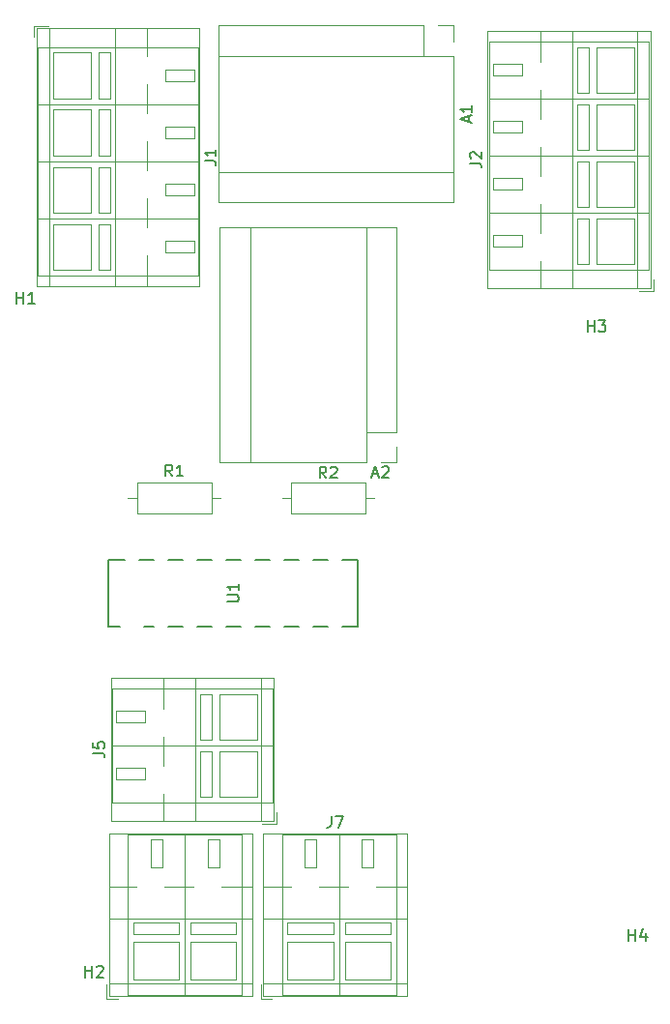
<source format=gbr>
%TF.GenerationSoftware,KiCad,Pcbnew,8.0.1*%
%TF.CreationDate,2024-05-06T13:05:29+02:00*%
%TF.ProjectId,BotBattle,426f7442-6174-4746-9c65-2e6b69636164,rev?*%
%TF.SameCoordinates,Original*%
%TF.FileFunction,Legend,Top*%
%TF.FilePolarity,Positive*%
%FSLAX46Y46*%
G04 Gerber Fmt 4.6, Leading zero omitted, Abs format (unit mm)*
G04 Created by KiCad (PCBNEW 8.0.1) date 2024-05-06 13:05:29*
%MOMM*%
%LPD*%
G01*
G04 APERTURE LIST*
%ADD10C,0.150000*%
%ADD11C,0.152400*%
%ADD12C,0.120000*%
G04 APERTURE END LIST*
D10*
X165064819Y-103571904D02*
X165874342Y-103571904D01*
X165874342Y-103571904D02*
X165969580Y-103524285D01*
X165969580Y-103524285D02*
X166017200Y-103476666D01*
X166017200Y-103476666D02*
X166064819Y-103381428D01*
X166064819Y-103381428D02*
X166064819Y-103190952D01*
X166064819Y-103190952D02*
X166017200Y-103095714D01*
X166017200Y-103095714D02*
X165969580Y-103048095D01*
X165969580Y-103048095D02*
X165874342Y-103000476D01*
X165874342Y-103000476D02*
X165064819Y-103000476D01*
X166064819Y-102000476D02*
X166064819Y-102571904D01*
X166064819Y-102286190D02*
X165064819Y-102286190D01*
X165064819Y-102286190D02*
X165207676Y-102381428D01*
X165207676Y-102381428D02*
X165302914Y-102476666D01*
X165302914Y-102476666D02*
X165350533Y-102571904D01*
X160253333Y-92584819D02*
X159920000Y-92108628D01*
X159681905Y-92584819D02*
X159681905Y-91584819D01*
X159681905Y-91584819D02*
X160062857Y-91584819D01*
X160062857Y-91584819D02*
X160158095Y-91632438D01*
X160158095Y-91632438D02*
X160205714Y-91680057D01*
X160205714Y-91680057D02*
X160253333Y-91775295D01*
X160253333Y-91775295D02*
X160253333Y-91918152D01*
X160253333Y-91918152D02*
X160205714Y-92013390D01*
X160205714Y-92013390D02*
X160158095Y-92061009D01*
X160158095Y-92061009D02*
X160062857Y-92108628D01*
X160062857Y-92108628D02*
X159681905Y-92108628D01*
X161205714Y-92584819D02*
X160634286Y-92584819D01*
X160920000Y-92584819D02*
X160920000Y-91584819D01*
X160920000Y-91584819D02*
X160824762Y-91727676D01*
X160824762Y-91727676D02*
X160729524Y-91822914D01*
X160729524Y-91822914D02*
X160634286Y-91870533D01*
X152638095Y-136454819D02*
X152638095Y-135454819D01*
X152638095Y-135931009D02*
X153209523Y-135931009D01*
X153209523Y-136454819D02*
X153209523Y-135454819D01*
X153638095Y-135550057D02*
X153685714Y-135502438D01*
X153685714Y-135502438D02*
X153780952Y-135454819D01*
X153780952Y-135454819D02*
X154019047Y-135454819D01*
X154019047Y-135454819D02*
X154114285Y-135502438D01*
X154114285Y-135502438D02*
X154161904Y-135550057D01*
X154161904Y-135550057D02*
X154209523Y-135645295D01*
X154209523Y-135645295D02*
X154209523Y-135740533D01*
X154209523Y-135740533D02*
X154161904Y-135883390D01*
X154161904Y-135883390D02*
X153590476Y-136454819D01*
X153590476Y-136454819D02*
X154209523Y-136454819D01*
X200238095Y-133254819D02*
X200238095Y-132254819D01*
X200238095Y-132731009D02*
X200809523Y-132731009D01*
X200809523Y-133254819D02*
X200809523Y-132254819D01*
X201714285Y-132588152D02*
X201714285Y-133254819D01*
X201476190Y-132207200D02*
X201238095Y-132921485D01*
X201238095Y-132921485D02*
X201857142Y-132921485D01*
X146638095Y-77454819D02*
X146638095Y-76454819D01*
X146638095Y-76931009D02*
X147209523Y-76931009D01*
X147209523Y-77454819D02*
X147209523Y-76454819D01*
X148209523Y-77454819D02*
X147638095Y-77454819D01*
X147923809Y-77454819D02*
X147923809Y-76454819D01*
X147923809Y-76454819D02*
X147828571Y-76597676D01*
X147828571Y-76597676D02*
X147733333Y-76692914D01*
X147733333Y-76692914D02*
X147638095Y-76740533D01*
X196638095Y-79954819D02*
X196638095Y-78954819D01*
X196638095Y-79431009D02*
X197209523Y-79431009D01*
X197209523Y-79954819D02*
X197209523Y-78954819D01*
X197590476Y-78954819D02*
X198209523Y-78954819D01*
X198209523Y-78954819D02*
X197876190Y-79335771D01*
X197876190Y-79335771D02*
X198019047Y-79335771D01*
X198019047Y-79335771D02*
X198114285Y-79383390D01*
X198114285Y-79383390D02*
X198161904Y-79431009D01*
X198161904Y-79431009D02*
X198209523Y-79526247D01*
X198209523Y-79526247D02*
X198209523Y-79764342D01*
X198209523Y-79764342D02*
X198161904Y-79859580D01*
X198161904Y-79859580D02*
X198114285Y-79907200D01*
X198114285Y-79907200D02*
X198019047Y-79954819D01*
X198019047Y-79954819D02*
X197733333Y-79954819D01*
X197733333Y-79954819D02*
X197638095Y-79907200D01*
X197638095Y-79907200D02*
X197590476Y-79859580D01*
X173733333Y-92754819D02*
X173400000Y-92278628D01*
X173161905Y-92754819D02*
X173161905Y-91754819D01*
X173161905Y-91754819D02*
X173542857Y-91754819D01*
X173542857Y-91754819D02*
X173638095Y-91802438D01*
X173638095Y-91802438D02*
X173685714Y-91850057D01*
X173685714Y-91850057D02*
X173733333Y-91945295D01*
X173733333Y-91945295D02*
X173733333Y-92088152D01*
X173733333Y-92088152D02*
X173685714Y-92183390D01*
X173685714Y-92183390D02*
X173638095Y-92231009D01*
X173638095Y-92231009D02*
X173542857Y-92278628D01*
X173542857Y-92278628D02*
X173161905Y-92278628D01*
X174114286Y-91850057D02*
X174161905Y-91802438D01*
X174161905Y-91802438D02*
X174257143Y-91754819D01*
X174257143Y-91754819D02*
X174495238Y-91754819D01*
X174495238Y-91754819D02*
X174590476Y-91802438D01*
X174590476Y-91802438D02*
X174638095Y-91850057D01*
X174638095Y-91850057D02*
X174685714Y-91945295D01*
X174685714Y-91945295D02*
X174685714Y-92040533D01*
X174685714Y-92040533D02*
X174638095Y-92183390D01*
X174638095Y-92183390D02*
X174066667Y-92754819D01*
X174066667Y-92754819D02*
X174685714Y-92754819D01*
X163074819Y-64983333D02*
X163789104Y-64983333D01*
X163789104Y-64983333D02*
X163931961Y-65030952D01*
X163931961Y-65030952D02*
X164027200Y-65126190D01*
X164027200Y-65126190D02*
X164074819Y-65269047D01*
X164074819Y-65269047D02*
X164074819Y-65364285D01*
X164074819Y-63983333D02*
X164074819Y-64554761D01*
X164074819Y-64269047D02*
X163074819Y-64269047D01*
X163074819Y-64269047D02*
X163217676Y-64364285D01*
X163217676Y-64364285D02*
X163312914Y-64459523D01*
X163312914Y-64459523D02*
X163360533Y-64554761D01*
X186209104Y-61564285D02*
X186209104Y-61088095D01*
X186494819Y-61659523D02*
X185494819Y-61326190D01*
X185494819Y-61326190D02*
X186494819Y-60992857D01*
X186494819Y-60135714D02*
X186494819Y-60707142D01*
X186494819Y-60421428D02*
X185494819Y-60421428D01*
X185494819Y-60421428D02*
X185637676Y-60516666D01*
X185637676Y-60516666D02*
X185732914Y-60611904D01*
X185732914Y-60611904D02*
X185780533Y-60707142D01*
X186334819Y-65183333D02*
X187049104Y-65183333D01*
X187049104Y-65183333D02*
X187191961Y-65230952D01*
X187191961Y-65230952D02*
X187287200Y-65326190D01*
X187287200Y-65326190D02*
X187334819Y-65469047D01*
X187334819Y-65469047D02*
X187334819Y-65564285D01*
X186430057Y-64754761D02*
X186382438Y-64707142D01*
X186382438Y-64707142D02*
X186334819Y-64611904D01*
X186334819Y-64611904D02*
X186334819Y-64373809D01*
X186334819Y-64373809D02*
X186382438Y-64278571D01*
X186382438Y-64278571D02*
X186430057Y-64230952D01*
X186430057Y-64230952D02*
X186525295Y-64183333D01*
X186525295Y-64183333D02*
X186620533Y-64183333D01*
X186620533Y-64183333D02*
X186763390Y-64230952D01*
X186763390Y-64230952D02*
X187334819Y-64802380D01*
X187334819Y-64802380D02*
X187334819Y-64183333D01*
X174166666Y-122334819D02*
X174166666Y-123049104D01*
X174166666Y-123049104D02*
X174119047Y-123191961D01*
X174119047Y-123191961D02*
X174023809Y-123287200D01*
X174023809Y-123287200D02*
X173880952Y-123334819D01*
X173880952Y-123334819D02*
X173785714Y-123334819D01*
X174547619Y-122334819D02*
X175214285Y-122334819D01*
X175214285Y-122334819D02*
X174785714Y-123334819D01*
X177785714Y-92419104D02*
X178261904Y-92419104D01*
X177690476Y-92704819D02*
X178023809Y-91704819D01*
X178023809Y-91704819D02*
X178357142Y-92704819D01*
X178642857Y-91800057D02*
X178690476Y-91752438D01*
X178690476Y-91752438D02*
X178785714Y-91704819D01*
X178785714Y-91704819D02*
X179023809Y-91704819D01*
X179023809Y-91704819D02*
X179119047Y-91752438D01*
X179119047Y-91752438D02*
X179166666Y-91800057D01*
X179166666Y-91800057D02*
X179214285Y-91895295D01*
X179214285Y-91895295D02*
X179214285Y-91990533D01*
X179214285Y-91990533D02*
X179166666Y-92133390D01*
X179166666Y-92133390D02*
X178595238Y-92704819D01*
X178595238Y-92704819D02*
X179214285Y-92704819D01*
X153334819Y-116833333D02*
X154049104Y-116833333D01*
X154049104Y-116833333D02*
X154191961Y-116880952D01*
X154191961Y-116880952D02*
X154287200Y-116976190D01*
X154287200Y-116976190D02*
X154334819Y-117119047D01*
X154334819Y-117119047D02*
X154334819Y-117214285D01*
X153334819Y-115880952D02*
X153334819Y-116357142D01*
X153334819Y-116357142D02*
X153811009Y-116404761D01*
X153811009Y-116404761D02*
X153763390Y-116357142D01*
X153763390Y-116357142D02*
X153715771Y-116261904D01*
X153715771Y-116261904D02*
X153715771Y-116023809D01*
X153715771Y-116023809D02*
X153763390Y-115928571D01*
X153763390Y-115928571D02*
X153811009Y-115880952D01*
X153811009Y-115880952D02*
X153906247Y-115833333D01*
X153906247Y-115833333D02*
X154144342Y-115833333D01*
X154144342Y-115833333D02*
X154239580Y-115880952D01*
X154239580Y-115880952D02*
X154287200Y-115928571D01*
X154287200Y-115928571D02*
X154334819Y-116023809D01*
X154334819Y-116023809D02*
X154334819Y-116261904D01*
X154334819Y-116261904D02*
X154287200Y-116357142D01*
X154287200Y-116357142D02*
X154239580Y-116404761D01*
D11*
%TO.C,U1*%
X176532000Y-105731000D02*
X176532000Y-99889000D01*
X176532000Y-99889000D02*
X175138854Y-99889000D01*
X154688000Y-99889000D02*
X154688000Y-105731000D01*
X154688000Y-105731000D02*
X155650450Y-105731000D01*
X157789550Y-105731000D02*
X158621146Y-105731000D01*
X159898854Y-105731000D02*
X161161146Y-105731000D01*
X162438854Y-105731000D02*
X163701146Y-105731000D01*
X164978854Y-105731000D02*
X166241146Y-105731000D01*
X167518854Y-105731000D02*
X168781146Y-105731000D01*
X170058854Y-105731000D02*
X171321146Y-105731000D01*
X172598854Y-105731000D02*
X173861146Y-105731000D01*
X175138854Y-105731000D02*
X176532000Y-105731000D01*
X173861146Y-99889000D02*
X172598854Y-99889000D01*
X171321146Y-99889000D02*
X170058854Y-99889000D01*
X168781146Y-99889000D02*
X167518854Y-99889000D01*
X166241146Y-99889000D02*
X164978854Y-99889000D01*
X163701146Y-99889000D02*
X162438854Y-99889000D01*
X161161146Y-99889000D02*
X159898854Y-99889000D01*
X158621146Y-99889000D02*
X157358854Y-99889000D01*
X156081146Y-99889000D02*
X154688000Y-99889000D01*
D12*
%TO.C,R1*%
X156380000Y-94500000D02*
X157150000Y-94500000D01*
X157150000Y-93130000D02*
X157150000Y-95870000D01*
X157150000Y-95870000D02*
X163690000Y-95870000D01*
X163690000Y-93130000D02*
X157150000Y-93130000D01*
X163690000Y-95870000D02*
X163690000Y-93130000D01*
X164460000Y-94500000D02*
X163690000Y-94500000D01*
%TO.C,R2*%
X169880000Y-94500000D02*
X170650000Y-94500000D01*
X170650000Y-93130000D02*
X170650000Y-95870000D01*
X170650000Y-95870000D02*
X177190000Y-95870000D01*
X177190000Y-93130000D02*
X170650000Y-93130000D01*
X177190000Y-95870000D02*
X177190000Y-93130000D01*
X177960000Y-94500000D02*
X177190000Y-94500000D01*
%TO.C,J1*%
X148140000Y-53140000D02*
X148140000Y-54140000D01*
X148380000Y-53380000D02*
X148380000Y-75920000D01*
X148500000Y-55000000D02*
X148500000Y-60000000D01*
X148500000Y-60000000D02*
X148500000Y-65000000D01*
X148500000Y-65000000D02*
X148500000Y-70000000D01*
X148500000Y-70000000D02*
X148500000Y-75000000D01*
X149380000Y-53140000D02*
X148140000Y-53140000D01*
X149500000Y-53380000D02*
X149500000Y-75920000D01*
X149800000Y-55500000D02*
X149800000Y-59500000D01*
X149800000Y-60500000D02*
X149800000Y-64500000D01*
X149800000Y-65500000D02*
X149800000Y-69500000D01*
X149800000Y-70500000D02*
X149800000Y-74500000D01*
X153100000Y-55500000D02*
X149800000Y-55500000D01*
X153100000Y-55500000D02*
X153100000Y-59500000D01*
X153100000Y-59500000D02*
X149800000Y-59500000D01*
X153100000Y-60500000D02*
X149800000Y-60500000D01*
X153100000Y-60500000D02*
X153100000Y-64500000D01*
X153100000Y-64500000D02*
X149800000Y-64500000D01*
X153100000Y-65500000D02*
X149800000Y-65500000D01*
X153100000Y-65500000D02*
X153100000Y-69500000D01*
X153100000Y-69500000D02*
X149800000Y-69500000D01*
X153100000Y-70500000D02*
X149800000Y-70500000D01*
X153100000Y-70500000D02*
X153100000Y-74500000D01*
X153100000Y-74500000D02*
X149800000Y-74500000D01*
X153800000Y-55500000D02*
X153800000Y-59500000D01*
X153800000Y-60500000D02*
X153800000Y-64500000D01*
X153800000Y-65500000D02*
X153800000Y-69500000D01*
X153800000Y-70500000D02*
X153800000Y-74500000D01*
X154800000Y-55500000D02*
X153800000Y-55500000D01*
X154800000Y-55500000D02*
X154800000Y-59500000D01*
X154800000Y-59500000D02*
X153800000Y-59500000D01*
X154800000Y-60500000D02*
X153800000Y-60500000D01*
X154800000Y-60500000D02*
X154800000Y-64500000D01*
X154800000Y-64500000D02*
X153800000Y-64500000D01*
X154800000Y-65500000D02*
X153800000Y-65500000D01*
X154800000Y-65500000D02*
X154800000Y-69500000D01*
X154800000Y-69500000D02*
X153800000Y-69500000D01*
X154800000Y-70500000D02*
X153800000Y-70500000D01*
X154800000Y-70500000D02*
X154800000Y-74500000D01*
X154800000Y-74500000D02*
X153800000Y-74500000D01*
X155200000Y-53380000D02*
X155200000Y-75920000D01*
X158000000Y-53380000D02*
X158000000Y-55770000D01*
X158000000Y-58230000D02*
X158000000Y-60770000D01*
X158000000Y-63230000D02*
X158000000Y-65770000D01*
X158000000Y-68230000D02*
X158000000Y-70770000D01*
X158000000Y-73230000D02*
X158000000Y-75920000D01*
X159651000Y-57000000D02*
X159651000Y-58000000D01*
X159651000Y-62000000D02*
X159651000Y-63000000D01*
X159651000Y-67000000D02*
X159651000Y-68000000D01*
X159651000Y-72000000D02*
X159651000Y-73000000D01*
X162150000Y-57000000D02*
X159651000Y-57000000D01*
X162150000Y-57000000D02*
X162150000Y-58000000D01*
X162150000Y-58000000D02*
X159651000Y-58000000D01*
X162150000Y-62000000D02*
X159651000Y-62000000D01*
X162150000Y-62000000D02*
X162150000Y-63000000D01*
X162150000Y-63000000D02*
X159651000Y-63000000D01*
X162150000Y-67000000D02*
X159651000Y-67000000D01*
X162150000Y-67000000D02*
X162150000Y-68000000D01*
X162150000Y-68000000D02*
X159651000Y-68000000D01*
X162150000Y-72000000D02*
X159651000Y-72000000D01*
X162150000Y-72000000D02*
X162150000Y-73000000D01*
X162150000Y-73000000D02*
X159651000Y-73000000D01*
X162500000Y-55000000D02*
X148500000Y-55000000D01*
X162500000Y-55000000D02*
X162500000Y-60000000D01*
X162500000Y-60000000D02*
X148500000Y-60000000D01*
X162500000Y-60000000D02*
X148500000Y-60000000D01*
X162500000Y-60000000D02*
X162500000Y-65000000D01*
X162500000Y-65000000D02*
X148500000Y-65000000D01*
X162500000Y-65000000D02*
X148500000Y-65000000D01*
X162500000Y-65000000D02*
X162500000Y-70000000D01*
X162500000Y-70000000D02*
X148500000Y-70000000D01*
X162500000Y-70000000D02*
X148500000Y-70000000D01*
X162500000Y-70000000D02*
X162500000Y-75000000D01*
X162500000Y-75000000D02*
X148500000Y-75000000D01*
X162620000Y-53380000D02*
X148380000Y-53380000D01*
X162620000Y-53380000D02*
X162620000Y-75920000D01*
X162620000Y-75920000D02*
X148380000Y-75920000D01*
%TO.C,A1*%
X164320000Y-53100000D02*
X164320000Y-68600000D01*
X164320000Y-68600000D02*
X184900000Y-68600000D01*
X182230000Y-53100000D02*
X164320000Y-53100000D01*
X182230000Y-55770000D02*
X164320000Y-55770000D01*
X182230000Y-55770000D02*
X182230000Y-53100000D01*
X184900000Y-53100000D02*
X183500000Y-53100000D01*
X184900000Y-54500000D02*
X184900000Y-53100000D01*
X184900000Y-55770000D02*
X182230000Y-55770000D01*
X184900000Y-65930000D02*
X164320000Y-65930000D01*
X184900000Y-68600000D02*
X184900000Y-55770000D01*
%TO.C,J2*%
X187880000Y-53580000D02*
X202120000Y-53580000D01*
X187880000Y-76120000D02*
X187880000Y-53580000D01*
X187880000Y-76120000D02*
X202120000Y-76120000D01*
X188000000Y-54500000D02*
X202000000Y-54500000D01*
X188000000Y-59500000D02*
X188000000Y-54500000D01*
X188000000Y-59500000D02*
X202000000Y-59500000D01*
X188000000Y-59500000D02*
X202000000Y-59500000D01*
X188000000Y-64500000D02*
X188000000Y-59500000D01*
X188000000Y-64500000D02*
X202000000Y-64500000D01*
X188000000Y-64500000D02*
X202000000Y-64500000D01*
X188000000Y-69500000D02*
X188000000Y-64500000D01*
X188000000Y-69500000D02*
X202000000Y-69500000D01*
X188000000Y-69500000D02*
X202000000Y-69500000D01*
X188000000Y-74500000D02*
X188000000Y-69500000D01*
X188000000Y-74500000D02*
X202000000Y-74500000D01*
X188350000Y-56500000D02*
X190849000Y-56500000D01*
X188350000Y-57500000D02*
X188350000Y-56500000D01*
X188350000Y-57500000D02*
X190849000Y-57500000D01*
X188350000Y-61500000D02*
X190849000Y-61500000D01*
X188350000Y-62500000D02*
X188350000Y-61500000D01*
X188350000Y-62500000D02*
X190849000Y-62500000D01*
X188350000Y-66500000D02*
X190849000Y-66500000D01*
X188350000Y-67500000D02*
X188350000Y-66500000D01*
X188350000Y-67500000D02*
X190849000Y-67500000D01*
X188350000Y-71500000D02*
X190849000Y-71500000D01*
X188350000Y-72500000D02*
X188350000Y-71500000D01*
X188350000Y-72500000D02*
X190849000Y-72500000D01*
X190849000Y-57500000D02*
X190849000Y-56500000D01*
X190849000Y-62500000D02*
X190849000Y-61500000D01*
X190849000Y-67500000D02*
X190849000Y-66500000D01*
X190849000Y-72500000D02*
X190849000Y-71500000D01*
X192500000Y-56270000D02*
X192500000Y-53580000D01*
X192500000Y-61270000D02*
X192500000Y-58730000D01*
X192500000Y-66270000D02*
X192500000Y-63730000D01*
X192500000Y-71270000D02*
X192500000Y-68730000D01*
X192500000Y-76120000D02*
X192500000Y-73730000D01*
X195300000Y-76120000D02*
X195300000Y-53580000D01*
X195700000Y-55000000D02*
X196700000Y-55000000D01*
X195700000Y-59000000D02*
X195700000Y-55000000D01*
X195700000Y-59000000D02*
X196700000Y-59000000D01*
X195700000Y-60000000D02*
X196700000Y-60000000D01*
X195700000Y-64000000D02*
X195700000Y-60000000D01*
X195700000Y-64000000D02*
X196700000Y-64000000D01*
X195700000Y-65000000D02*
X196700000Y-65000000D01*
X195700000Y-69000000D02*
X195700000Y-65000000D01*
X195700000Y-69000000D02*
X196700000Y-69000000D01*
X195700000Y-70000000D02*
X196700000Y-70000000D01*
X195700000Y-74000000D02*
X195700000Y-70000000D01*
X195700000Y-74000000D02*
X196700000Y-74000000D01*
X196700000Y-59000000D02*
X196700000Y-55000000D01*
X196700000Y-64000000D02*
X196700000Y-60000000D01*
X196700000Y-69000000D02*
X196700000Y-65000000D01*
X196700000Y-74000000D02*
X196700000Y-70000000D01*
X197400000Y-55000000D02*
X200700000Y-55000000D01*
X197400000Y-59000000D02*
X197400000Y-55000000D01*
X197400000Y-59000000D02*
X200700000Y-59000000D01*
X197400000Y-60000000D02*
X200700000Y-60000000D01*
X197400000Y-64000000D02*
X197400000Y-60000000D01*
X197400000Y-64000000D02*
X200700000Y-64000000D01*
X197400000Y-65000000D02*
X200700000Y-65000000D01*
X197400000Y-69000000D02*
X197400000Y-65000000D01*
X197400000Y-69000000D02*
X200700000Y-69000000D01*
X197400000Y-70000000D02*
X200700000Y-70000000D01*
X197400000Y-74000000D02*
X197400000Y-70000000D01*
X197400000Y-74000000D02*
X200700000Y-74000000D01*
X200700000Y-59000000D02*
X200700000Y-55000000D01*
X200700000Y-64000000D02*
X200700000Y-60000000D01*
X200700000Y-69000000D02*
X200700000Y-65000000D01*
X200700000Y-74000000D02*
X200700000Y-70000000D01*
X201000000Y-76120000D02*
X201000000Y-53580000D01*
X201120000Y-76360000D02*
X202360000Y-76360000D01*
X202000000Y-59500000D02*
X202000000Y-54500000D01*
X202000000Y-64500000D02*
X202000000Y-59500000D01*
X202000000Y-69500000D02*
X202000000Y-64500000D01*
X202000000Y-74500000D02*
X202000000Y-69500000D01*
X202120000Y-76120000D02*
X202120000Y-53580000D01*
X202360000Y-76360000D02*
X202360000Y-75360000D01*
%TO.C,J7*%
X167990000Y-137120000D02*
X167990000Y-138360000D01*
X167990000Y-138360000D02*
X168990000Y-138360000D01*
X168230000Y-123880000D02*
X168230000Y-138120000D01*
X168230000Y-123880000D02*
X180771000Y-123880000D01*
X168230000Y-128500000D02*
X170620000Y-128500000D01*
X168230000Y-131300000D02*
X180771000Y-131300000D01*
X168230000Y-137000000D02*
X180771000Y-137000000D01*
X168230000Y-138120000D02*
X180771000Y-138120000D01*
X169850000Y-124000000D02*
X169850000Y-138000000D01*
X169850000Y-124000000D02*
X174850000Y-124000000D01*
X169850000Y-138000000D02*
X174850000Y-138000000D01*
X170350000Y-131700000D02*
X170350000Y-132700000D01*
X170350000Y-131700000D02*
X174350000Y-131700000D01*
X170350000Y-132700000D02*
X174350000Y-132700000D01*
X170350000Y-133400000D02*
X170350000Y-136700000D01*
X170350000Y-133400000D02*
X174350000Y-133400000D01*
X170350000Y-136700000D02*
X174350000Y-136700000D01*
X171850000Y-124350000D02*
X171850000Y-126849000D01*
X171850000Y-124350000D02*
X172850000Y-124350000D01*
X171850000Y-126849000D02*
X172850000Y-126849000D01*
X172850000Y-124350000D02*
X172850000Y-126849000D01*
X173080000Y-128500000D02*
X175620000Y-128500000D01*
X174350000Y-131700000D02*
X174350000Y-132700000D01*
X174350000Y-133400000D02*
X174350000Y-136700000D01*
X174850000Y-124000000D02*
X174850000Y-138000000D01*
X174850000Y-124000000D02*
X174850000Y-138000000D01*
X174850000Y-124000000D02*
X179850000Y-124000000D01*
X174850000Y-138000000D02*
X179850000Y-138000000D01*
X175350000Y-131700000D02*
X175350000Y-132700000D01*
X175350000Y-131700000D02*
X179350000Y-131700000D01*
X175350000Y-132700000D02*
X179350000Y-132700000D01*
X175350000Y-133400000D02*
X175350000Y-136700000D01*
X175350000Y-133400000D02*
X179350000Y-133400000D01*
X175350000Y-136700000D02*
X179350000Y-136700000D01*
X176850000Y-124350000D02*
X176850000Y-126849000D01*
X176850000Y-124350000D02*
X177850000Y-124350000D01*
X176850000Y-126849000D02*
X177850000Y-126849000D01*
X177850000Y-124350000D02*
X177850000Y-126849000D01*
X178080000Y-128500000D02*
X180771000Y-128500000D01*
X179350000Y-131700000D02*
X179350000Y-132700000D01*
X179350000Y-133400000D02*
X179350000Y-136700000D01*
X179850000Y-124000000D02*
X179850000Y-138000000D01*
X180771000Y-123880000D02*
X180771000Y-138120000D01*
%TO.C,J6*%
X154490000Y-137120000D02*
X154490000Y-138360000D01*
X154490000Y-138360000D02*
X155490000Y-138360000D01*
X154730000Y-123880000D02*
X154730000Y-138120000D01*
X154730000Y-123880000D02*
X167271000Y-123880000D01*
X154730000Y-128500000D02*
X157120000Y-128500000D01*
X154730000Y-131300000D02*
X167271000Y-131300000D01*
X154730000Y-137000000D02*
X167271000Y-137000000D01*
X154730000Y-138120000D02*
X167271000Y-138120000D01*
X156350000Y-124000000D02*
X156350000Y-138000000D01*
X156350000Y-124000000D02*
X161350000Y-124000000D01*
X156350000Y-138000000D02*
X161350000Y-138000000D01*
X156850000Y-131700000D02*
X156850000Y-132700000D01*
X156850000Y-131700000D02*
X160850000Y-131700000D01*
X156850000Y-132700000D02*
X160850000Y-132700000D01*
X156850000Y-133400000D02*
X156850000Y-136700000D01*
X156850000Y-133400000D02*
X160850000Y-133400000D01*
X156850000Y-136700000D02*
X160850000Y-136700000D01*
X158350000Y-124350000D02*
X158350000Y-126849000D01*
X158350000Y-124350000D02*
X159350000Y-124350000D01*
X158350000Y-126849000D02*
X159350000Y-126849000D01*
X159350000Y-124350000D02*
X159350000Y-126849000D01*
X159580000Y-128500000D02*
X162120000Y-128500000D01*
X160850000Y-131700000D02*
X160850000Y-132700000D01*
X160850000Y-133400000D02*
X160850000Y-136700000D01*
X161350000Y-124000000D02*
X161350000Y-138000000D01*
X161350000Y-124000000D02*
X161350000Y-138000000D01*
X161350000Y-124000000D02*
X166350000Y-124000000D01*
X161350000Y-138000000D02*
X166350000Y-138000000D01*
X161850000Y-131700000D02*
X161850000Y-132700000D01*
X161850000Y-131700000D02*
X165850000Y-131700000D01*
X161850000Y-132700000D02*
X165850000Y-132700000D01*
X161850000Y-133400000D02*
X161850000Y-136700000D01*
X161850000Y-133400000D02*
X165850000Y-133400000D01*
X161850000Y-136700000D02*
X165850000Y-136700000D01*
X163350000Y-124350000D02*
X163350000Y-126849000D01*
X163350000Y-124350000D02*
X164350000Y-124350000D01*
X163350000Y-126849000D02*
X164350000Y-126849000D01*
X164350000Y-124350000D02*
X164350000Y-126849000D01*
X164580000Y-128500000D02*
X167271000Y-128500000D01*
X165850000Y-131700000D02*
X165850000Y-132700000D01*
X165850000Y-133400000D02*
X165850000Y-136700000D01*
X166350000Y-124000000D02*
X166350000Y-138000000D01*
X167271000Y-123880000D02*
X167271000Y-138120000D01*
%TO.C,A2*%
X164400000Y-70820000D02*
X164400000Y-91400000D01*
X164400000Y-91400000D02*
X177230000Y-91400000D01*
X167070000Y-91400000D02*
X167070000Y-70820000D01*
X177230000Y-88730000D02*
X177230000Y-70820000D01*
X177230000Y-88730000D02*
X179900000Y-88730000D01*
X177230000Y-91400000D02*
X177230000Y-88730000D01*
X178500000Y-91400000D02*
X179900000Y-91400000D01*
X179900000Y-70820000D02*
X164400000Y-70820000D01*
X179900000Y-88730000D02*
X179900000Y-70820000D01*
X179900000Y-91400000D02*
X179900000Y-90000000D01*
%TO.C,J5*%
X154880000Y-110229000D02*
X169120000Y-110229000D01*
X154880000Y-122770000D02*
X154880000Y-110229000D01*
X154880000Y-122770000D02*
X169120000Y-122770000D01*
X155000000Y-111150000D02*
X169000000Y-111150000D01*
X155000000Y-116150000D02*
X155000000Y-111150000D01*
X155000000Y-116150000D02*
X169000000Y-116150000D01*
X155000000Y-116150000D02*
X169000000Y-116150000D01*
X155000000Y-121150000D02*
X155000000Y-116150000D01*
X155000000Y-121150000D02*
X169000000Y-121150000D01*
X155350000Y-113150000D02*
X157849000Y-113150000D01*
X155350000Y-114150000D02*
X155350000Y-113150000D01*
X155350000Y-114150000D02*
X157849000Y-114150000D01*
X155350000Y-118150000D02*
X157849000Y-118150000D01*
X155350000Y-119150000D02*
X155350000Y-118150000D01*
X155350000Y-119150000D02*
X157849000Y-119150000D01*
X157849000Y-114150000D02*
X157849000Y-113150000D01*
X157849000Y-119150000D02*
X157849000Y-118150000D01*
X159500000Y-112920000D02*
X159500000Y-110229000D01*
X159500000Y-117920000D02*
X159500000Y-115380000D01*
X159500000Y-122770000D02*
X159500000Y-120380000D01*
X162300000Y-122770000D02*
X162300000Y-110229000D01*
X162700000Y-111650000D02*
X163700000Y-111650000D01*
X162700000Y-115650000D02*
X162700000Y-111650000D01*
X162700000Y-115650000D02*
X163700000Y-115650000D01*
X162700000Y-116650000D02*
X163700000Y-116650000D01*
X162700000Y-120650000D02*
X162700000Y-116650000D01*
X162700000Y-120650000D02*
X163700000Y-120650000D01*
X163700000Y-115650000D02*
X163700000Y-111650000D01*
X163700000Y-120650000D02*
X163700000Y-116650000D01*
X164400000Y-111650000D02*
X167700000Y-111650000D01*
X164400000Y-115650000D02*
X164400000Y-111650000D01*
X164400000Y-115650000D02*
X167700000Y-115650000D01*
X164400000Y-116650000D02*
X167700000Y-116650000D01*
X164400000Y-120650000D02*
X164400000Y-116650000D01*
X164400000Y-120650000D02*
X167700000Y-120650000D01*
X167700000Y-115650000D02*
X167700000Y-111650000D01*
X167700000Y-120650000D02*
X167700000Y-116650000D01*
X168000000Y-122770000D02*
X168000000Y-110229000D01*
X168120000Y-123010000D02*
X169360000Y-123010000D01*
X169000000Y-116150000D02*
X169000000Y-111150000D01*
X169000000Y-121150000D02*
X169000000Y-116150000D01*
X169120000Y-122770000D02*
X169120000Y-110229000D01*
X169360000Y-123010000D02*
X169360000Y-122010000D01*
%TD*%
M02*

</source>
